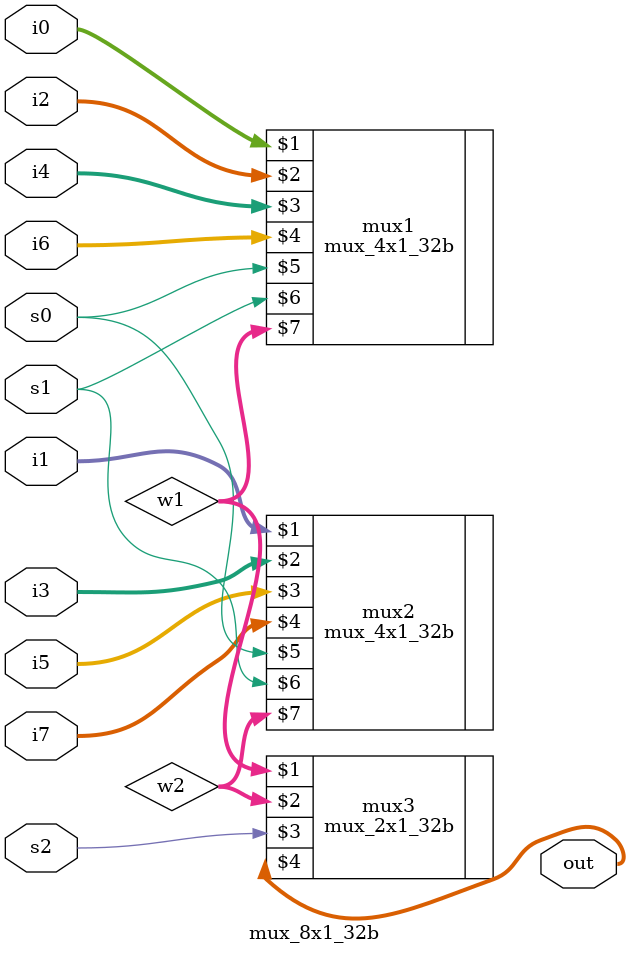
<source format=v>
module mux_8x1_32b(i0, i1, i2, i3, i4, i5, i6, i7, s0, s1, s2, out);
input [31:0] i0, i1, i2, i3, i4, i5, i6, i7;
input s0, s1, s2;
output [31:0] out;
wire [31:0] w1, w2;

mux_4x1_32b mux1(i0, i2, i4, i6, s0, s1, w1);
mux_4x1_32b mux2(i1, i3, i5, i7, s0, s1, w2);
mux_2x1_32b mux3(w1, w2, s2, out);

endmodule

</source>
